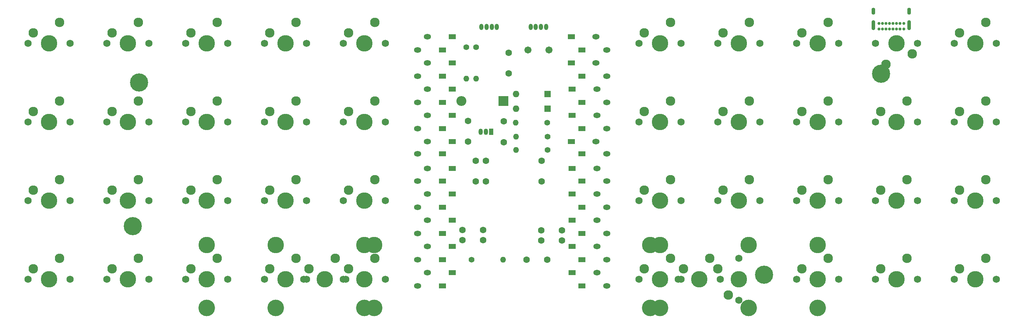
<source format=gbr>
%TF.GenerationSoftware,KiCad,Pcbnew,(7.0.0)*%
%TF.CreationDate,2024-02-13T17:17:53+01:00*%
%TF.ProjectId,LeSTMovoz,4c655354-4d6f-4766-9f7a-2e6b69636164,rev?*%
%TF.SameCoordinates,Original*%
%TF.FileFunction,Soldermask,Bot*%
%TF.FilePolarity,Negative*%
%FSLAX46Y46*%
G04 Gerber Fmt 4.6, Leading zero omitted, Abs format (unit mm)*
G04 Created by KiCad (PCBNEW (7.0.0)) date 2024-02-13 17:17:53*
%MOMM*%
%LPD*%
G01*
G04 APERTURE LIST*
%ADD10C,4.400000*%
%ADD11R,1.778000X1.300000*%
%ADD12O,1.778000X1.300000*%
%ADD13C,1.710000*%
%ADD14C,1.600000*%
%ADD15C,1.750000*%
%ADD16C,3.987800*%
%ADD17C,2.300000*%
%ADD18C,1.400000*%
%ADD19O,1.400000X1.400000*%
%ADD20C,4.000000*%
%ADD21R,2.400000X2.400000*%
%ADD22O,2.400000X2.400000*%
%ADD23R,1.600000X1.600000*%
%ADD24O,1.600000X1.600000*%
%ADD25R,1.050000X1.500000*%
%ADD26O,1.050000X1.500000*%
%ADD27O,1.000000X1.500000*%
%ADD28C,0.700000*%
%ADD29O,0.900000X1.700000*%
%ADD30O,0.900000X2.400000*%
G04 APERTURE END LIST*
D10*
%TO.C,*%
X55137500Y-42862500D03*
%TD*%
D11*
%TO.C,D6*%
X159543749Y-31749999D03*
D12*
X165543749Y-31749999D03*
%TD*%
D13*
%TO.C,F1*%
X154156250Y-34934000D03*
X149056250Y-34934000D03*
%TD*%
D14*
%TO.C,C8*%
X152400000Y-66793750D03*
X152400000Y-61793750D03*
%TD*%
D15*
%TO.C,MX24*%
X85407500Y-71437500D03*
D16*
X90487500Y-71437500D03*
D15*
X95567500Y-71437500D03*
D17*
X86677500Y-68897500D03*
X93027500Y-66357500D03*
%TD*%
D15*
%TO.C,MX10*%
X252095000Y-33337500D03*
D16*
X257175000Y-33337500D03*
D15*
X262255000Y-33337500D03*
D17*
X253365000Y-30797500D03*
X259715000Y-28257500D03*
%TD*%
D18*
%TO.C,R4*%
X136525000Y-34290000D03*
D19*
X136524999Y-41909999D03*
%TD*%
D15*
%TO.C,MX19*%
X233045000Y-52387500D03*
D16*
X238125000Y-52387500D03*
D15*
X243205000Y-52387500D03*
D17*
X234315000Y-49847500D03*
X240665000Y-47307500D03*
%TD*%
D15*
%TO.C,MX5*%
X104457500Y-33337500D03*
D16*
X109537500Y-33337500D03*
D15*
X114617500Y-33337500D03*
D17*
X105727500Y-30797500D03*
X112077500Y-28257500D03*
%TD*%
D15*
%TO.C,MX6*%
X175895000Y-33337500D03*
D16*
X180975000Y-33337500D03*
D15*
X186055000Y-33337500D03*
D17*
X177165000Y-30797500D03*
X183515000Y-28257500D03*
%TD*%
D11*
%TO.C,D4*%
X128412499Y-34924999D03*
D12*
X122412499Y-34924999D03*
%TD*%
D15*
%TO.C,MX21*%
X28257500Y-71437500D03*
D16*
X33337500Y-71437500D03*
D15*
X38417500Y-71437500D03*
D17*
X29527500Y-68897500D03*
X35877500Y-66357500D03*
%TD*%
D10*
%TO.C,H6*%
X234387500Y-40736500D03*
%TD*%
D20*
%TO.C,S1*%
X202406250Y-97472500D03*
D16*
X202406250Y-82232500D03*
D20*
X178593750Y-97472500D03*
D16*
X178593750Y-82232500D03*
%TD*%
D14*
%TO.C,C5*%
X136475000Y-66793750D03*
X136475000Y-61793750D03*
%TD*%
D15*
%TO.C,MX4*%
X85407500Y-33337500D03*
D16*
X90487500Y-33337500D03*
D15*
X95567500Y-33337500D03*
D17*
X86677500Y-30797500D03*
X93027500Y-28257500D03*
%TD*%
D14*
%TO.C,C6*%
X138211531Y-81009836D03*
X133211531Y-81009836D03*
%TD*%
D15*
%TO.C,MX37*%
X175895000Y-90487500D03*
D16*
X180975000Y-90487500D03*
D15*
X186055000Y-90487500D03*
D17*
X177165000Y-87947500D03*
X183515000Y-85407500D03*
%TD*%
D15*
%TO.C,MX20*%
X252095000Y-52387500D03*
D16*
X257175000Y-52387500D03*
D15*
X262255000Y-52387500D03*
D17*
X253365000Y-49847500D03*
X259715000Y-47307500D03*
%TD*%
D20*
%TO.C,S2*%
X219075000Y-97472500D03*
D16*
X219075000Y-82232500D03*
D20*
X180975000Y-97472500D03*
D16*
X180975000Y-82232500D03*
%TD*%
D11*
%TO.C,D12*%
X130793749Y-50799999D03*
D12*
X124793749Y-50799999D03*
%TD*%
D15*
%TO.C,MX27*%
X194945000Y-71437500D03*
D16*
X200025000Y-71437500D03*
D15*
X205105000Y-71437500D03*
D17*
X196215000Y-68897500D03*
X202565000Y-66357500D03*
%TD*%
D15*
%TO.C,MX1*%
X28257500Y-33337500D03*
D16*
X33337500Y-33337500D03*
D15*
X38417500Y-33337500D03*
D17*
X29527500Y-30797500D03*
X35877500Y-28257500D03*
%TD*%
D15*
%TO.C,MX38*%
X185420000Y-90487500D03*
D16*
X190500000Y-90487500D03*
D15*
X195580000Y-90487500D03*
D17*
X186690000Y-87947500D03*
X193040000Y-85407500D03*
%TD*%
D15*
%TO.C,MX12*%
X47307500Y-52387500D03*
D16*
X52387500Y-52387500D03*
D15*
X57467500Y-52387500D03*
D17*
X48577500Y-49847500D03*
X54927500Y-47307500D03*
%TD*%
D11*
%TO.C,D3*%
X130793749Y-38099999D03*
D12*
X124793749Y-38099999D03*
%TD*%
D11*
%TO.C,D8*%
X159543749Y-38099999D03*
D12*
X165543749Y-38099999D03*
%TD*%
D18*
%TO.C,R3*%
X153828750Y-55981250D03*
D19*
X146208749Y-55981249D03*
%TD*%
D11*
%TO.C,D16*%
X162099999Y-60124999D03*
D12*
X168099999Y-60124999D03*
%TD*%
D15*
%TO.C,MX34*%
X85407500Y-90487500D03*
D16*
X90487500Y-90487500D03*
D15*
X95567500Y-90487500D03*
D17*
X86677500Y-87947500D03*
X93027500Y-85407500D03*
%TD*%
D14*
%TO.C,C1*%
X134625429Y-52150000D03*
X134625429Y-57150000D03*
%TD*%
D11*
%TO.C,D9*%
X162099999Y-41274999D03*
D12*
X168099999Y-41274999D03*
%TD*%
D11*
%TO.C,D24*%
X128412499Y-66674999D03*
D12*
X122412499Y-66674999D03*
%TD*%
D15*
%TO.C,MX41*%
X233045000Y-90487500D03*
D16*
X238125000Y-90487500D03*
D15*
X243205000Y-90487500D03*
D17*
X234315000Y-87947500D03*
X240665000Y-85407500D03*
%TD*%
D11*
%TO.C,D38*%
X162099999Y-85724999D03*
D12*
X168099999Y-85724999D03*
%TD*%
D11*
%TO.C,D29*%
X162099999Y-73024999D03*
D12*
X168099999Y-73024999D03*
%TD*%
D18*
%TO.C,R5*%
X134143750Y-34290000D03*
D19*
X134143749Y-41909999D03*
%TD*%
D15*
%TO.C,MX28*%
X213995000Y-71437500D03*
D16*
X219075000Y-71437500D03*
D15*
X224155000Y-71437500D03*
D17*
X215265000Y-68897500D03*
X221615000Y-66357500D03*
%TD*%
D15*
%TO.C,MX8*%
X213995000Y-33337500D03*
D16*
X219075000Y-33337500D03*
D15*
X224155000Y-33337500D03*
D17*
X215265000Y-30797500D03*
X221615000Y-28257500D03*
%TD*%
D11*
%TO.C,D18*%
X162099999Y-53974999D03*
D12*
X168099999Y-53974999D03*
%TD*%
D15*
%TO.C,MX18*%
X213995000Y-52387500D03*
D16*
X219075000Y-52387500D03*
D15*
X224155000Y-52387500D03*
D17*
X215265000Y-49847500D03*
X221615000Y-47307500D03*
%TD*%
D11*
%TO.C,D7*%
X162099999Y-34924999D03*
D12*
X168099999Y-34924999D03*
%TD*%
D11*
%TO.C,D34*%
X130793749Y-88899999D03*
D12*
X124793749Y-88899999D03*
%TD*%
D11*
%TO.C,D20*%
X162099999Y-47624999D03*
D12*
X168099999Y-47624999D03*
%TD*%
D15*
%TO.C,MX33*%
X66357500Y-90487500D03*
D16*
X71437500Y-90487500D03*
D15*
X76517500Y-90487500D03*
D17*
X67627500Y-87947500D03*
X73977500Y-85407500D03*
%TD*%
D11*
%TO.C,D13*%
X128412499Y-53974999D03*
D12*
X122412499Y-53974999D03*
%TD*%
D21*
%TO.C,D41*%
X143192499Y-47300965D03*
D22*
X133032499Y-47300965D03*
%TD*%
D18*
%TO.C,R2*%
X153828750Y-59156250D03*
D19*
X146208749Y-59156249D03*
%TD*%
D11*
%TO.C,D15*%
X128412499Y-60124999D03*
D12*
X122412499Y-60124999D03*
%TD*%
D15*
%TO.C,MX23*%
X66357500Y-71437500D03*
D16*
X71437500Y-71437500D03*
D15*
X76517500Y-71437500D03*
D17*
X67627500Y-68897500D03*
X73977500Y-66357500D03*
%TD*%
D11*
%TO.C,D33*%
X128412499Y-85724999D03*
D12*
X122412499Y-85724999D03*
%TD*%
D18*
%TO.C,R1*%
X153728750Y-52562500D03*
D19*
X146108749Y-52562499D03*
%TD*%
D11*
%TO.C,D10*%
X159718749Y-44449999D03*
D12*
X165718749Y-44449999D03*
%TD*%
D11*
%TO.C,D36*%
X162099999Y-92074999D03*
D12*
X168099999Y-92074999D03*
%TD*%
D15*
%TO.C,MX14*%
X85407500Y-52387500D03*
D16*
X90487500Y-52387500D03*
D15*
X95567500Y-52387500D03*
D17*
X86677500Y-49847500D03*
X93027500Y-47307500D03*
%TD*%
D11*
%TO.C,D19*%
X159718749Y-50799999D03*
D12*
X165718749Y-50799999D03*
%TD*%
D23*
%TO.C,D43*%
X153828749Y-49212499D03*
D24*
X146208749Y-49212499D03*
%TD*%
D11*
%TO.C,D5*%
X130793749Y-31749999D03*
D12*
X124793749Y-31749999D03*
%TD*%
D25*
%TO.C,U2*%
X140176249Y-54768749D03*
D26*
X138906249Y-54768749D03*
X137636249Y-54768749D03*
%TD*%
D14*
%TO.C,C10*%
X138906250Y-66793750D03*
X138906250Y-61793750D03*
%TD*%
D20*
%TO.C,S3*%
X109537500Y-97472500D03*
D16*
X109537500Y-82232500D03*
D20*
X71437500Y-97472500D03*
D16*
X71437500Y-82232500D03*
%TD*%
D11*
%TO.C,D23*%
X130793749Y-69849999D03*
D12*
X124793749Y-69849999D03*
%TD*%
D15*
%TO.C,MX17*%
X194945000Y-52387500D03*
D16*
X200025000Y-52387500D03*
D15*
X205105000Y-52387500D03*
D17*
X196215000Y-49847500D03*
X202565000Y-47307500D03*
%TD*%
D11*
%TO.C,D27*%
X162099999Y-66674999D03*
D12*
X168099999Y-66674999D03*
%TD*%
D11*
%TO.C,D2*%
X128412499Y-41274999D03*
D12*
X122412499Y-41274999D03*
%TD*%
D14*
%TO.C,C9*%
X152268053Y-78635515D03*
X157268053Y-78635515D03*
%TD*%
D15*
%TO.C,MX16*%
X175895000Y-52387500D03*
D16*
X180975000Y-52387500D03*
D15*
X186055000Y-52387500D03*
D17*
X177165000Y-49847500D03*
X183515000Y-47307500D03*
%TD*%
D11*
%TO.C,D39*%
X159718749Y-82549999D03*
D12*
X165718749Y-82549999D03*
%TD*%
D11*
%TO.C,D17*%
X159543749Y-57149999D03*
D12*
X165543749Y-57149999D03*
%TD*%
D15*
%TO.C,MX31*%
X28257500Y-90487500D03*
D16*
X33337500Y-90487500D03*
D15*
X38417500Y-90487500D03*
D17*
X29527500Y-87947500D03*
X35877500Y-85407500D03*
%TD*%
D20*
%TO.C,S4*%
X111918750Y-97472500D03*
D16*
X111918750Y-82232500D03*
D20*
X88106250Y-97472500D03*
D16*
X88106250Y-82232500D03*
%TD*%
D11*
%TO.C,D40*%
X162099999Y-79374999D03*
D12*
X168099999Y-79374999D03*
%TD*%
D15*
%TO.C,MX26*%
X175895000Y-71437500D03*
D16*
X180975000Y-71437500D03*
D15*
X186055000Y-71437500D03*
D17*
X177165000Y-68897500D03*
X183515000Y-66357500D03*
%TD*%
D11*
%TO.C,D1*%
X130793749Y-44449999D03*
D12*
X124793749Y-44449999D03*
%TD*%
D18*
%TO.C,R6*%
X135490000Y-85725000D03*
D19*
X143109999Y-85724999D03*
%TD*%
D11*
%TO.C,D30*%
X159718749Y-76199999D03*
D12*
X165718749Y-76199999D03*
%TD*%
D14*
%TO.C,C7*%
X138211531Y-78578586D03*
X133211531Y-78578586D03*
%TD*%
D15*
%TO.C,MX32*%
X47307500Y-90487500D03*
D16*
X52387500Y-90487500D03*
D15*
X57467500Y-90487500D03*
D17*
X48577500Y-87947500D03*
X54927500Y-85407500D03*
%TD*%
D11*
%TO.C,D31*%
X128412499Y-79374999D03*
D12*
X122412499Y-79374999D03*
%TD*%
D15*
%TO.C,MX3*%
X66357500Y-33337500D03*
D16*
X71437500Y-33337500D03*
D15*
X76517500Y-33337500D03*
D17*
X67627500Y-30797500D03*
X73977500Y-28257500D03*
%TD*%
D11*
%TO.C,D28*%
X159718749Y-69849999D03*
D12*
X165718749Y-69849999D03*
%TD*%
D15*
%TO.C,MX29*%
X233045000Y-71437500D03*
D16*
X238125000Y-71437500D03*
D15*
X243205000Y-71437500D03*
D17*
X234315000Y-68897500D03*
X240665000Y-66357500D03*
%TD*%
D15*
%TO.C,MX39*%
X200025000Y-95567500D03*
D16*
X200025000Y-90487500D03*
D15*
X200025000Y-85407500D03*
D17*
X197485000Y-94297500D03*
X194945000Y-87947500D03*
%TD*%
D11*
%TO.C,D11*%
X128412499Y-47624999D03*
D12*
X122412499Y-47624999D03*
%TD*%
D15*
%TO.C,MX7*%
X194945000Y-33337500D03*
D16*
X200025000Y-33337500D03*
D15*
X205105000Y-33337500D03*
D17*
X196215000Y-30797500D03*
X202565000Y-28257500D03*
%TD*%
D15*
%TO.C,MX22*%
X47307500Y-71437500D03*
D16*
X52387500Y-71437500D03*
D15*
X57467500Y-71437500D03*
D17*
X48577500Y-68897500D03*
X54927500Y-66357500D03*
%TD*%
D15*
%TO.C,MX9*%
X243205000Y-33337500D03*
D16*
X238125000Y-33337500D03*
D15*
X233045000Y-33337500D03*
D17*
X241935000Y-35877500D03*
X235585000Y-38417500D03*
%TD*%
D23*
%TO.C,D42*%
X153828749Y-45662499D03*
D24*
X146208749Y-45662499D03*
%TD*%
D14*
%TO.C,C3*%
X148712500Y-85725000D03*
X153712500Y-85725000D03*
%TD*%
D11*
%TO.C,D37*%
X159718749Y-88899999D03*
D12*
X165718749Y-88899999D03*
%TD*%
D11*
%TO.C,D21*%
X130793749Y-76199999D03*
D12*
X124793749Y-76199999D03*
%TD*%
D14*
%TO.C,C4*%
X152268053Y-81066765D03*
X157268053Y-81066765D03*
%TD*%
D15*
%TO.C,MX15*%
X104457500Y-52387500D03*
D16*
X109537500Y-52387500D03*
D15*
X114617500Y-52387500D03*
D17*
X105727500Y-49847500D03*
X112077500Y-47307500D03*
%TD*%
D10*
%TO.C,*%
X206137500Y-89371500D03*
%TD*%
%TO.C,*%
X53537500Y-77636500D03*
%TD*%
D15*
%TO.C,MX25*%
X104457500Y-71437500D03*
D16*
X109537500Y-71437500D03*
D15*
X114617500Y-71437500D03*
D17*
X105727500Y-68897500D03*
X112077500Y-66357500D03*
%TD*%
D15*
%TO.C,MX36*%
X94932500Y-90487500D03*
D16*
X100012500Y-90487500D03*
D15*
X105092500Y-90487500D03*
D17*
X96202500Y-87947500D03*
X102552500Y-85407500D03*
%TD*%
D15*
%TO.C,MX13*%
X66357500Y-52387500D03*
D16*
X71437500Y-52387500D03*
D15*
X76517500Y-52387500D03*
D17*
X67627500Y-49847500D03*
X73977500Y-47307500D03*
%TD*%
D15*
%TO.C,MX40*%
X213995000Y-90487500D03*
D16*
X219075000Y-90487500D03*
D15*
X224155000Y-90487500D03*
D17*
X215265000Y-87947500D03*
X221615000Y-85407500D03*
%TD*%
D11*
%TO.C,D25*%
X130793749Y-63699999D03*
D12*
X124793749Y-63699999D03*
%TD*%
D11*
%TO.C,D22*%
X128412499Y-73024999D03*
D12*
X122412499Y-73024999D03*
%TD*%
D14*
%TO.C,C12*%
X144462500Y-35600000D03*
X144462500Y-40600000D03*
%TD*%
D15*
%TO.C,MX2*%
X47307500Y-33337500D03*
D16*
X52387500Y-33337500D03*
D15*
X57467500Y-33337500D03*
D17*
X48577500Y-30797500D03*
X54927500Y-28257500D03*
%TD*%
D11*
%TO.C,D32*%
X130793749Y-82549999D03*
D12*
X124793749Y-82549999D03*
%TD*%
D15*
%TO.C,MX11*%
X28257500Y-52387500D03*
D16*
X33337500Y-52387500D03*
D15*
X38417500Y-52387500D03*
D17*
X29527500Y-49847500D03*
X35877500Y-47307500D03*
%TD*%
D15*
%TO.C,MX42*%
X252095000Y-90487500D03*
D16*
X257175000Y-90487500D03*
D15*
X262255000Y-90487500D03*
D17*
X253365000Y-87947500D03*
X259715000Y-85407500D03*
%TD*%
D15*
%TO.C,MX30*%
X252095000Y-71437500D03*
D16*
X257175000Y-71437500D03*
D15*
X262255000Y-71437500D03*
D17*
X253365000Y-68897500D03*
X259715000Y-66357500D03*
%TD*%
D15*
%TO.C,MX35*%
X104457500Y-90487500D03*
D16*
X109537500Y-90487500D03*
D15*
X114617500Y-90487500D03*
D17*
X105727500Y-87947500D03*
X112077500Y-85407500D03*
%TD*%
D14*
%TO.C,C2*%
X143250429Y-52276860D03*
X143250429Y-57276860D03*
%TD*%
D11*
%TO.C,D14*%
X130793749Y-57149999D03*
D12*
X124793749Y-57149999D03*
%TD*%
D11*
%TO.C,D35*%
X128412499Y-92074999D03*
D12*
X122412499Y-92074999D03*
%TD*%
D11*
%TO.C,D26*%
X159718749Y-63699999D03*
D12*
X165718749Y-63699999D03*
%TD*%
D27*
%TO.C,D44*%
X139074999Y-29368749D03*
X141549999Y-29368749D03*
X140324999Y-29368749D03*
X137849999Y-29368749D03*
%TD*%
%TO.C,D45*%
X150981249Y-29368749D03*
X153456249Y-29368749D03*
X152231249Y-29368749D03*
X149756249Y-29368749D03*
%TD*%
D28*
%TO.C,J1*%
X233938179Y-29918750D03*
X234788179Y-29918750D03*
X235638179Y-29918750D03*
X236488179Y-29918750D03*
X237338179Y-29918750D03*
X238188179Y-29918750D03*
X239038179Y-29918750D03*
X239888179Y-29918750D03*
X239888179Y-28568750D03*
X239038179Y-28568750D03*
X238188179Y-28568750D03*
X237338179Y-28568750D03*
X236488179Y-28568750D03*
X235638179Y-28568750D03*
X234788179Y-28568750D03*
X233938179Y-28568750D03*
D29*
X232588178Y-25558749D03*
D30*
X232588178Y-28938749D03*
D29*
X241238178Y-25558749D03*
D30*
X241238178Y-28938749D03*
%TD*%
M02*

</source>
